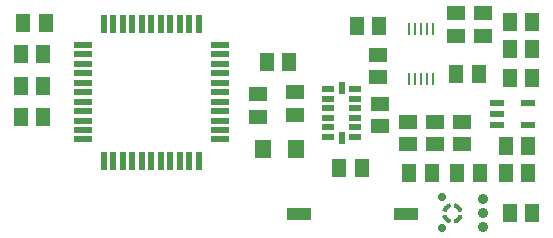
<source format=gtp>
G75*
%MOIN*%
%OFA0B0*%
%FSLAX25Y25*%
%IPPOS*%
%LPD*%
%AMOC8*
5,1,8,0,0,1.08239X$1,22.5*
%
%ADD10R,0.05118X0.05906*%
%ADD11R,0.05906X0.05118*%
%ADD12R,0.05512X0.06299*%
%ADD13R,0.01969X0.05906*%
%ADD14R,0.05906X0.01969*%
%ADD15R,0.04424X0.01969*%
%ADD16R,0.01969X0.04424*%
%ADD17R,0.07900X0.04300*%
%ADD18C,0.00118*%
%ADD19C,0.02756*%
%ADD20C,0.03543*%
%ADD21R,0.04724X0.02165*%
%ADD22R,0.00984X0.03937*%
D10*
X0039122Y0050968D03*
X0046602Y0050968D03*
X0046594Y0061187D03*
X0039114Y0061187D03*
X0039114Y0072111D03*
X0046594Y0072111D03*
X0047396Y0082430D03*
X0039915Y0082430D03*
X0121104Y0069306D03*
X0128585Y0069306D03*
X0151040Y0081322D03*
X0158520Y0081322D03*
X0184312Y0065350D03*
X0191792Y0065350D03*
X0202140Y0063822D03*
X0209620Y0063822D03*
X0209620Y0073622D03*
X0202140Y0073622D03*
X0202140Y0082722D03*
X0209620Y0082722D03*
X0208220Y0041422D03*
X0200740Y0041422D03*
X0200740Y0032322D03*
X0208220Y0032322D03*
X0192120Y0032322D03*
X0184640Y0032322D03*
X0176020Y0032322D03*
X0168540Y0032322D03*
X0152741Y0034040D03*
X0145261Y0034040D03*
X0202140Y0019022D03*
X0209620Y0019022D03*
D11*
X0186280Y0041882D03*
X0177180Y0041882D03*
X0168080Y0041882D03*
X0158971Y0047955D03*
X0168080Y0049362D03*
X0177180Y0049362D03*
X0186280Y0049362D03*
X0158971Y0055436D03*
X0158280Y0064282D03*
X0158280Y0071762D03*
X0184234Y0078046D03*
X0193256Y0078034D03*
X0193256Y0085515D03*
X0184234Y0085527D03*
X0130649Y0059196D03*
X0118039Y0058533D03*
X0130649Y0051715D03*
X0118039Y0051052D03*
D12*
X0119770Y0040399D03*
X0130793Y0040399D03*
D13*
X0066834Y0036393D03*
X0069984Y0036393D03*
X0073133Y0036393D03*
X0076283Y0036393D03*
X0079432Y0036393D03*
X0082582Y0036393D03*
X0085732Y0036393D03*
X0088881Y0036393D03*
X0092031Y0036393D03*
X0095180Y0036393D03*
X0098330Y0036393D03*
X0098330Y0082062D03*
X0095180Y0082062D03*
X0092031Y0082062D03*
X0088881Y0082062D03*
X0085732Y0082062D03*
X0082582Y0082062D03*
X0079432Y0082062D03*
X0076283Y0082062D03*
X0073133Y0082062D03*
X0069984Y0082062D03*
X0066834Y0082062D03*
D14*
X0059747Y0074976D03*
X0059747Y0071826D03*
X0059747Y0068677D03*
X0059747Y0065527D03*
X0059747Y0062377D03*
X0059747Y0059228D03*
X0059747Y0056078D03*
X0059747Y0052929D03*
X0059747Y0049779D03*
X0059747Y0046629D03*
X0059747Y0043480D03*
X0105417Y0043480D03*
X0105417Y0046629D03*
X0105417Y0049779D03*
X0105417Y0052929D03*
X0105417Y0056078D03*
X0105417Y0059228D03*
X0105417Y0062377D03*
X0105417Y0065527D03*
X0105417Y0068677D03*
X0105417Y0071826D03*
X0105417Y0074976D03*
D15*
X0141660Y0060195D03*
X0141660Y0057045D03*
X0141660Y0053895D03*
X0141660Y0050746D03*
X0141660Y0047596D03*
X0141660Y0044447D03*
X0150591Y0044447D03*
X0150621Y0047596D03*
X0150621Y0050746D03*
X0150621Y0053895D03*
X0150621Y0057045D03*
X0150621Y0060195D03*
D16*
X0146140Y0060588D03*
X0146140Y0044053D03*
D17*
X0131988Y0018551D03*
X0167388Y0018551D03*
D18*
X0183717Y0015853D02*
X0183410Y0016871D01*
X0183411Y0016871D02*
X0183501Y0016903D01*
X0183591Y0016938D01*
X0183679Y0016977D01*
X0183765Y0017020D01*
X0183849Y0017067D01*
X0183931Y0017116D01*
X0184011Y0017170D01*
X0184089Y0017226D01*
X0184165Y0017285D01*
X0184238Y0017348D01*
X0184308Y0017414D01*
X0184376Y0017482D01*
X0184441Y0017553D01*
X0184503Y0017627D01*
X0184561Y0017703D01*
X0184617Y0017781D01*
X0184669Y0017862D01*
X0184718Y0017945D01*
X0184764Y0018029D01*
X0184806Y0018116D01*
X0184844Y0018204D01*
X0184879Y0018294D01*
X0184910Y0018385D01*
X0185930Y0018089D01*
X0185931Y0018088D01*
X0185896Y0017981D01*
X0185857Y0017875D01*
X0185815Y0017770D01*
X0185769Y0017667D01*
X0185720Y0017566D01*
X0185668Y0017466D01*
X0185612Y0017368D01*
X0185554Y0017272D01*
X0185492Y0017177D01*
X0185427Y0017085D01*
X0185359Y0016995D01*
X0185288Y0016908D01*
X0185214Y0016823D01*
X0185137Y0016740D01*
X0185058Y0016660D01*
X0184976Y0016582D01*
X0184892Y0016508D01*
X0184805Y0016436D01*
X0184715Y0016367D01*
X0184624Y0016301D01*
X0184530Y0016238D01*
X0184435Y0016178D01*
X0184337Y0016122D01*
X0184238Y0016068D01*
X0184137Y0016018D01*
X0184034Y0015972D01*
X0183930Y0015929D01*
X0183825Y0015889D01*
X0183718Y0015853D01*
X0183686Y0015959D01*
X0183793Y0015995D01*
X0183898Y0016035D01*
X0184002Y0016079D01*
X0184105Y0016126D01*
X0184206Y0016177D01*
X0184305Y0016231D01*
X0184402Y0016288D01*
X0184497Y0016349D01*
X0184590Y0016413D01*
X0184681Y0016480D01*
X0184769Y0016550D01*
X0184855Y0016623D01*
X0184938Y0016699D01*
X0185019Y0016778D01*
X0185097Y0016859D01*
X0185172Y0016943D01*
X0185244Y0017030D01*
X0185314Y0017119D01*
X0185380Y0017211D01*
X0185443Y0017304D01*
X0185502Y0017400D01*
X0185559Y0017498D01*
X0185612Y0017597D01*
X0185661Y0017699D01*
X0185707Y0017802D01*
X0185750Y0017906D01*
X0185789Y0018012D01*
X0185824Y0018119D01*
X0185718Y0018150D01*
X0185683Y0018047D01*
X0185646Y0017945D01*
X0185605Y0017844D01*
X0185560Y0017744D01*
X0185512Y0017647D01*
X0185461Y0017550D01*
X0185407Y0017456D01*
X0185349Y0017364D01*
X0185288Y0017273D01*
X0185224Y0017185D01*
X0185158Y0017099D01*
X0185088Y0017016D01*
X0185015Y0016934D01*
X0184940Y0016856D01*
X0184862Y0016780D01*
X0184782Y0016706D01*
X0184699Y0016636D01*
X0184614Y0016568D01*
X0184526Y0016503D01*
X0184436Y0016442D01*
X0184344Y0016383D01*
X0184251Y0016328D01*
X0184155Y0016276D01*
X0184058Y0016227D01*
X0183959Y0016181D01*
X0183859Y0016139D01*
X0183757Y0016100D01*
X0183654Y0016065D01*
X0183622Y0016172D01*
X0183725Y0016207D01*
X0183826Y0016246D01*
X0183926Y0016288D01*
X0184025Y0016334D01*
X0184122Y0016384D01*
X0184217Y0016436D01*
X0184310Y0016493D01*
X0184401Y0016552D01*
X0184490Y0016615D01*
X0184577Y0016680D01*
X0184662Y0016749D01*
X0184743Y0016821D01*
X0184823Y0016895D01*
X0184899Y0016973D01*
X0184973Y0017053D01*
X0185044Y0017135D01*
X0185112Y0017220D01*
X0185177Y0017308D01*
X0185238Y0017397D01*
X0185297Y0017489D01*
X0185352Y0017583D01*
X0185404Y0017679D01*
X0185452Y0017776D01*
X0185497Y0017875D01*
X0185539Y0017976D01*
X0185577Y0018078D01*
X0185611Y0018181D01*
X0185504Y0018212D01*
X0185470Y0018109D01*
X0185432Y0018007D01*
X0185390Y0017907D01*
X0185345Y0017808D01*
X0185296Y0017711D01*
X0185243Y0017616D01*
X0185187Y0017522D01*
X0185127Y0017431D01*
X0185065Y0017342D01*
X0184999Y0017256D01*
X0184930Y0017172D01*
X0184857Y0017091D01*
X0184782Y0017012D01*
X0184704Y0016936D01*
X0184624Y0016863D01*
X0184540Y0016793D01*
X0184455Y0016726D01*
X0184367Y0016663D01*
X0184276Y0016602D01*
X0184183Y0016545D01*
X0184089Y0016492D01*
X0183992Y0016442D01*
X0183894Y0016395D01*
X0183794Y0016352D01*
X0183692Y0016313D01*
X0183590Y0016278D01*
X0183558Y0016384D01*
X0183656Y0016418D01*
X0183754Y0016456D01*
X0183850Y0016497D01*
X0183944Y0016542D01*
X0184037Y0016590D01*
X0184128Y0016641D01*
X0184217Y0016696D01*
X0184304Y0016754D01*
X0184389Y0016815D01*
X0184471Y0016880D01*
X0184551Y0016947D01*
X0184629Y0017017D01*
X0184703Y0017090D01*
X0184776Y0017166D01*
X0184845Y0017244D01*
X0184911Y0017325D01*
X0184975Y0017408D01*
X0185035Y0017493D01*
X0185092Y0017580D01*
X0185146Y0017670D01*
X0185197Y0017761D01*
X0185244Y0017855D01*
X0185288Y0017950D01*
X0185328Y0018046D01*
X0185365Y0018144D01*
X0185398Y0018243D01*
X0185291Y0018274D01*
X0185258Y0018175D01*
X0185221Y0018078D01*
X0185180Y0017982D01*
X0185136Y0017887D01*
X0185089Y0017794D01*
X0185037Y0017704D01*
X0184983Y0017615D01*
X0184925Y0017528D01*
X0184863Y0017444D01*
X0184799Y0017362D01*
X0184731Y0017282D01*
X0184661Y0017205D01*
X0184588Y0017131D01*
X0184511Y0017060D01*
X0184433Y0016992D01*
X0184351Y0016927D01*
X0184268Y0016864D01*
X0184181Y0016806D01*
X0184093Y0016750D01*
X0184003Y0016698D01*
X0183911Y0016649D01*
X0183817Y0016604D01*
X0183721Y0016562D01*
X0183624Y0016525D01*
X0183525Y0016490D01*
X0183493Y0016597D01*
X0183588Y0016629D01*
X0183681Y0016666D01*
X0183772Y0016706D01*
X0183862Y0016749D01*
X0183951Y0016796D01*
X0184037Y0016846D01*
X0184121Y0016899D01*
X0184204Y0016955D01*
X0184284Y0017015D01*
X0184362Y0017077D01*
X0184437Y0017143D01*
X0184510Y0017211D01*
X0184580Y0017282D01*
X0184648Y0017356D01*
X0184713Y0017432D01*
X0184774Y0017510D01*
X0184833Y0017591D01*
X0184889Y0017674D01*
X0184941Y0017759D01*
X0184990Y0017846D01*
X0185036Y0017935D01*
X0185078Y0018025D01*
X0185117Y0018117D01*
X0185153Y0018210D01*
X0185184Y0018305D01*
X0185078Y0018336D01*
X0185046Y0018242D01*
X0185010Y0018149D01*
X0184971Y0018058D01*
X0184929Y0017968D01*
X0184882Y0017880D01*
X0184833Y0017794D01*
X0184779Y0017710D01*
X0184723Y0017628D01*
X0184664Y0017548D01*
X0184601Y0017471D01*
X0184535Y0017396D01*
X0184467Y0017324D01*
X0184395Y0017255D01*
X0184321Y0017189D01*
X0184245Y0017125D01*
X0184166Y0017065D01*
X0184085Y0017008D01*
X0184001Y0016954D01*
X0183915Y0016903D01*
X0183828Y0016856D01*
X0183739Y0016812D01*
X0183648Y0016772D01*
X0183555Y0016736D01*
X0183461Y0016703D01*
X0183429Y0016809D01*
X0183519Y0016841D01*
X0183607Y0016876D01*
X0183694Y0016914D01*
X0183779Y0016956D01*
X0183862Y0017001D01*
X0183944Y0017049D01*
X0184023Y0017100D01*
X0184101Y0017155D01*
X0184176Y0017212D01*
X0184249Y0017273D01*
X0184320Y0017336D01*
X0184388Y0017402D01*
X0184453Y0017471D01*
X0184516Y0017542D01*
X0184576Y0017616D01*
X0184632Y0017692D01*
X0184686Y0017770D01*
X0184737Y0017850D01*
X0184784Y0017932D01*
X0184828Y0018016D01*
X0184869Y0018102D01*
X0184907Y0018189D01*
X0184941Y0018277D01*
X0184971Y0018367D01*
X0181843Y0022190D02*
X0182150Y0021172D01*
X0182149Y0021172D02*
X0182059Y0021140D01*
X0181969Y0021105D01*
X0181881Y0021066D01*
X0181795Y0021023D01*
X0181711Y0020976D01*
X0181629Y0020927D01*
X0181549Y0020873D01*
X0181471Y0020817D01*
X0181395Y0020758D01*
X0181322Y0020695D01*
X0181252Y0020629D01*
X0181184Y0020561D01*
X0181119Y0020490D01*
X0181057Y0020416D01*
X0180999Y0020340D01*
X0180943Y0020262D01*
X0180891Y0020181D01*
X0180842Y0020098D01*
X0180796Y0020014D01*
X0180754Y0019927D01*
X0180716Y0019839D01*
X0180681Y0019749D01*
X0180650Y0019658D01*
X0179630Y0019954D01*
X0179629Y0019955D01*
X0179664Y0020062D01*
X0179703Y0020168D01*
X0179745Y0020273D01*
X0179791Y0020376D01*
X0179840Y0020477D01*
X0179892Y0020577D01*
X0179948Y0020675D01*
X0180006Y0020771D01*
X0180068Y0020866D01*
X0180133Y0020958D01*
X0180201Y0021048D01*
X0180272Y0021135D01*
X0180346Y0021220D01*
X0180423Y0021303D01*
X0180502Y0021383D01*
X0180584Y0021461D01*
X0180668Y0021535D01*
X0180755Y0021607D01*
X0180845Y0021676D01*
X0180936Y0021742D01*
X0181030Y0021805D01*
X0181125Y0021865D01*
X0181223Y0021921D01*
X0181322Y0021975D01*
X0181423Y0022025D01*
X0181526Y0022071D01*
X0181630Y0022114D01*
X0181735Y0022154D01*
X0181842Y0022190D01*
X0181874Y0022084D01*
X0181767Y0022048D01*
X0181662Y0022008D01*
X0181558Y0021964D01*
X0181455Y0021917D01*
X0181354Y0021866D01*
X0181255Y0021812D01*
X0181158Y0021755D01*
X0181063Y0021694D01*
X0180970Y0021630D01*
X0180879Y0021563D01*
X0180791Y0021493D01*
X0180705Y0021420D01*
X0180622Y0021344D01*
X0180541Y0021265D01*
X0180463Y0021184D01*
X0180388Y0021100D01*
X0180316Y0021013D01*
X0180246Y0020924D01*
X0180180Y0020832D01*
X0180117Y0020739D01*
X0180058Y0020643D01*
X0180001Y0020545D01*
X0179948Y0020446D01*
X0179899Y0020344D01*
X0179853Y0020241D01*
X0179810Y0020137D01*
X0179771Y0020031D01*
X0179736Y0019924D01*
X0179842Y0019893D01*
X0179877Y0019996D01*
X0179914Y0020098D01*
X0179955Y0020199D01*
X0180000Y0020299D01*
X0180048Y0020396D01*
X0180099Y0020493D01*
X0180153Y0020587D01*
X0180211Y0020679D01*
X0180272Y0020770D01*
X0180336Y0020858D01*
X0180402Y0020944D01*
X0180472Y0021027D01*
X0180545Y0021109D01*
X0180620Y0021187D01*
X0180698Y0021263D01*
X0180778Y0021337D01*
X0180861Y0021407D01*
X0180946Y0021475D01*
X0181034Y0021540D01*
X0181124Y0021601D01*
X0181216Y0021660D01*
X0181309Y0021715D01*
X0181405Y0021767D01*
X0181502Y0021816D01*
X0181601Y0021862D01*
X0181701Y0021904D01*
X0181803Y0021943D01*
X0181906Y0021978D01*
X0181938Y0021871D01*
X0181835Y0021836D01*
X0181734Y0021797D01*
X0181634Y0021755D01*
X0181535Y0021709D01*
X0181438Y0021659D01*
X0181343Y0021607D01*
X0181250Y0021550D01*
X0181159Y0021491D01*
X0181070Y0021428D01*
X0180983Y0021363D01*
X0180898Y0021294D01*
X0180817Y0021222D01*
X0180737Y0021148D01*
X0180661Y0021070D01*
X0180587Y0020990D01*
X0180516Y0020908D01*
X0180448Y0020823D01*
X0180383Y0020735D01*
X0180322Y0020646D01*
X0180263Y0020554D01*
X0180208Y0020460D01*
X0180156Y0020364D01*
X0180108Y0020267D01*
X0180063Y0020168D01*
X0180021Y0020067D01*
X0179983Y0019965D01*
X0179949Y0019862D01*
X0180056Y0019831D01*
X0180090Y0019934D01*
X0180128Y0020036D01*
X0180170Y0020136D01*
X0180215Y0020235D01*
X0180264Y0020332D01*
X0180317Y0020427D01*
X0180373Y0020521D01*
X0180433Y0020612D01*
X0180495Y0020701D01*
X0180561Y0020787D01*
X0180630Y0020871D01*
X0180703Y0020952D01*
X0180778Y0021031D01*
X0180856Y0021107D01*
X0180936Y0021180D01*
X0181020Y0021250D01*
X0181105Y0021317D01*
X0181193Y0021380D01*
X0181284Y0021441D01*
X0181377Y0021498D01*
X0181471Y0021551D01*
X0181568Y0021601D01*
X0181666Y0021648D01*
X0181766Y0021691D01*
X0181868Y0021730D01*
X0181970Y0021765D01*
X0182002Y0021659D01*
X0181904Y0021625D01*
X0181806Y0021587D01*
X0181710Y0021546D01*
X0181616Y0021501D01*
X0181523Y0021453D01*
X0181432Y0021402D01*
X0181343Y0021347D01*
X0181256Y0021289D01*
X0181171Y0021228D01*
X0181089Y0021163D01*
X0181009Y0021096D01*
X0180931Y0021026D01*
X0180857Y0020953D01*
X0180784Y0020877D01*
X0180715Y0020799D01*
X0180649Y0020718D01*
X0180585Y0020635D01*
X0180525Y0020550D01*
X0180468Y0020463D01*
X0180414Y0020373D01*
X0180363Y0020282D01*
X0180316Y0020188D01*
X0180272Y0020093D01*
X0180232Y0019997D01*
X0180195Y0019899D01*
X0180162Y0019800D01*
X0180269Y0019769D01*
X0180302Y0019868D01*
X0180339Y0019965D01*
X0180380Y0020061D01*
X0180424Y0020156D01*
X0180471Y0020249D01*
X0180523Y0020339D01*
X0180577Y0020428D01*
X0180635Y0020515D01*
X0180697Y0020599D01*
X0180761Y0020681D01*
X0180829Y0020761D01*
X0180899Y0020838D01*
X0180972Y0020912D01*
X0181049Y0020983D01*
X0181127Y0021051D01*
X0181209Y0021116D01*
X0181292Y0021179D01*
X0181379Y0021237D01*
X0181467Y0021293D01*
X0181557Y0021345D01*
X0181649Y0021394D01*
X0181743Y0021439D01*
X0181839Y0021481D01*
X0181936Y0021518D01*
X0182035Y0021553D01*
X0182067Y0021446D01*
X0181972Y0021414D01*
X0181879Y0021377D01*
X0181788Y0021337D01*
X0181698Y0021294D01*
X0181609Y0021247D01*
X0181523Y0021197D01*
X0181439Y0021144D01*
X0181356Y0021088D01*
X0181276Y0021028D01*
X0181198Y0020966D01*
X0181123Y0020900D01*
X0181050Y0020832D01*
X0180980Y0020761D01*
X0180912Y0020687D01*
X0180847Y0020611D01*
X0180786Y0020533D01*
X0180727Y0020452D01*
X0180671Y0020369D01*
X0180619Y0020284D01*
X0180570Y0020197D01*
X0180524Y0020108D01*
X0180482Y0020018D01*
X0180443Y0019926D01*
X0180407Y0019833D01*
X0180376Y0019738D01*
X0180482Y0019707D01*
X0180514Y0019801D01*
X0180550Y0019894D01*
X0180589Y0019985D01*
X0180631Y0020075D01*
X0180678Y0020163D01*
X0180727Y0020249D01*
X0180781Y0020333D01*
X0180837Y0020415D01*
X0180896Y0020495D01*
X0180959Y0020572D01*
X0181025Y0020647D01*
X0181093Y0020719D01*
X0181165Y0020788D01*
X0181239Y0020854D01*
X0181315Y0020918D01*
X0181394Y0020978D01*
X0181475Y0021035D01*
X0181559Y0021089D01*
X0181645Y0021140D01*
X0181732Y0021187D01*
X0181821Y0021231D01*
X0181912Y0021271D01*
X0182005Y0021307D01*
X0182099Y0021340D01*
X0182131Y0021234D01*
X0182041Y0021202D01*
X0181953Y0021167D01*
X0181866Y0021129D01*
X0181781Y0021087D01*
X0181698Y0021042D01*
X0181616Y0020994D01*
X0181537Y0020943D01*
X0181459Y0020888D01*
X0181384Y0020831D01*
X0181311Y0020770D01*
X0181240Y0020707D01*
X0181172Y0020641D01*
X0181107Y0020572D01*
X0181044Y0020501D01*
X0180984Y0020427D01*
X0180928Y0020351D01*
X0180874Y0020273D01*
X0180823Y0020193D01*
X0180776Y0020111D01*
X0180732Y0020027D01*
X0180691Y0019941D01*
X0180653Y0019854D01*
X0180619Y0019766D01*
X0180589Y0019676D01*
X0185948Y0019959D02*
X0184930Y0019652D01*
X0184930Y0019653D02*
X0184898Y0019743D01*
X0184863Y0019833D01*
X0184824Y0019921D01*
X0184781Y0020007D01*
X0184734Y0020091D01*
X0184685Y0020173D01*
X0184631Y0020253D01*
X0184575Y0020331D01*
X0184516Y0020407D01*
X0184453Y0020480D01*
X0184387Y0020550D01*
X0184319Y0020618D01*
X0184248Y0020683D01*
X0184174Y0020745D01*
X0184098Y0020803D01*
X0184020Y0020859D01*
X0183939Y0020911D01*
X0183856Y0020960D01*
X0183772Y0021006D01*
X0183685Y0021048D01*
X0183597Y0021086D01*
X0183507Y0021121D01*
X0183416Y0021152D01*
X0183712Y0022172D01*
X0183713Y0022173D01*
X0183820Y0022138D01*
X0183926Y0022099D01*
X0184031Y0022057D01*
X0184134Y0022011D01*
X0184235Y0021962D01*
X0184335Y0021910D01*
X0184433Y0021854D01*
X0184529Y0021796D01*
X0184624Y0021734D01*
X0184716Y0021669D01*
X0184806Y0021601D01*
X0184893Y0021530D01*
X0184978Y0021456D01*
X0185061Y0021379D01*
X0185141Y0021300D01*
X0185219Y0021218D01*
X0185293Y0021134D01*
X0185365Y0021047D01*
X0185434Y0020957D01*
X0185500Y0020866D01*
X0185563Y0020772D01*
X0185623Y0020677D01*
X0185679Y0020579D01*
X0185733Y0020480D01*
X0185783Y0020379D01*
X0185829Y0020276D01*
X0185872Y0020172D01*
X0185912Y0020067D01*
X0185948Y0019960D01*
X0185842Y0019928D01*
X0185806Y0020035D01*
X0185766Y0020140D01*
X0185722Y0020244D01*
X0185675Y0020347D01*
X0185624Y0020448D01*
X0185570Y0020547D01*
X0185513Y0020644D01*
X0185452Y0020739D01*
X0185388Y0020832D01*
X0185321Y0020923D01*
X0185251Y0021011D01*
X0185178Y0021097D01*
X0185102Y0021180D01*
X0185023Y0021261D01*
X0184942Y0021339D01*
X0184858Y0021414D01*
X0184771Y0021486D01*
X0184682Y0021556D01*
X0184590Y0021622D01*
X0184497Y0021685D01*
X0184401Y0021744D01*
X0184303Y0021801D01*
X0184204Y0021854D01*
X0184102Y0021903D01*
X0183999Y0021949D01*
X0183895Y0021992D01*
X0183789Y0022031D01*
X0183682Y0022066D01*
X0183651Y0021960D01*
X0183754Y0021925D01*
X0183856Y0021888D01*
X0183957Y0021847D01*
X0184057Y0021802D01*
X0184154Y0021754D01*
X0184251Y0021703D01*
X0184345Y0021649D01*
X0184437Y0021591D01*
X0184528Y0021530D01*
X0184616Y0021466D01*
X0184702Y0021400D01*
X0184785Y0021330D01*
X0184867Y0021257D01*
X0184945Y0021182D01*
X0185021Y0021104D01*
X0185095Y0021024D01*
X0185165Y0020941D01*
X0185233Y0020856D01*
X0185298Y0020768D01*
X0185359Y0020678D01*
X0185418Y0020586D01*
X0185473Y0020493D01*
X0185525Y0020397D01*
X0185574Y0020300D01*
X0185620Y0020201D01*
X0185662Y0020101D01*
X0185701Y0019999D01*
X0185736Y0019896D01*
X0185629Y0019864D01*
X0185594Y0019967D01*
X0185555Y0020068D01*
X0185513Y0020168D01*
X0185467Y0020267D01*
X0185417Y0020364D01*
X0185365Y0020459D01*
X0185308Y0020552D01*
X0185249Y0020643D01*
X0185186Y0020732D01*
X0185121Y0020819D01*
X0185052Y0020904D01*
X0184980Y0020985D01*
X0184906Y0021065D01*
X0184828Y0021141D01*
X0184748Y0021215D01*
X0184666Y0021286D01*
X0184581Y0021354D01*
X0184493Y0021419D01*
X0184404Y0021480D01*
X0184312Y0021539D01*
X0184218Y0021594D01*
X0184122Y0021646D01*
X0184025Y0021694D01*
X0183926Y0021739D01*
X0183825Y0021781D01*
X0183723Y0021819D01*
X0183620Y0021853D01*
X0183589Y0021746D01*
X0183692Y0021712D01*
X0183794Y0021674D01*
X0183894Y0021632D01*
X0183993Y0021587D01*
X0184090Y0021538D01*
X0184185Y0021485D01*
X0184279Y0021429D01*
X0184370Y0021369D01*
X0184459Y0021307D01*
X0184545Y0021241D01*
X0184629Y0021172D01*
X0184710Y0021099D01*
X0184789Y0021024D01*
X0184865Y0020946D01*
X0184938Y0020866D01*
X0185008Y0020782D01*
X0185075Y0020697D01*
X0185138Y0020609D01*
X0185199Y0020518D01*
X0185256Y0020425D01*
X0185309Y0020331D01*
X0185359Y0020234D01*
X0185406Y0020136D01*
X0185449Y0020036D01*
X0185488Y0019934D01*
X0185523Y0019832D01*
X0185417Y0019800D01*
X0185383Y0019898D01*
X0185345Y0019996D01*
X0185304Y0020092D01*
X0185259Y0020186D01*
X0185211Y0020279D01*
X0185160Y0020370D01*
X0185105Y0020459D01*
X0185047Y0020546D01*
X0184986Y0020631D01*
X0184921Y0020713D01*
X0184854Y0020793D01*
X0184784Y0020871D01*
X0184711Y0020945D01*
X0184635Y0021018D01*
X0184557Y0021087D01*
X0184476Y0021153D01*
X0184393Y0021217D01*
X0184308Y0021277D01*
X0184221Y0021334D01*
X0184131Y0021388D01*
X0184040Y0021439D01*
X0183946Y0021486D01*
X0183851Y0021530D01*
X0183755Y0021570D01*
X0183657Y0021607D01*
X0183558Y0021640D01*
X0183527Y0021533D01*
X0183626Y0021500D01*
X0183723Y0021463D01*
X0183819Y0021422D01*
X0183914Y0021378D01*
X0184007Y0021331D01*
X0184097Y0021279D01*
X0184186Y0021225D01*
X0184273Y0021167D01*
X0184357Y0021105D01*
X0184439Y0021041D01*
X0184519Y0020973D01*
X0184596Y0020903D01*
X0184670Y0020830D01*
X0184741Y0020753D01*
X0184809Y0020675D01*
X0184874Y0020593D01*
X0184937Y0020510D01*
X0184995Y0020423D01*
X0185051Y0020335D01*
X0185103Y0020245D01*
X0185152Y0020153D01*
X0185197Y0020059D01*
X0185239Y0019963D01*
X0185276Y0019866D01*
X0185311Y0019767D01*
X0185204Y0019735D01*
X0185172Y0019830D01*
X0185135Y0019923D01*
X0185095Y0020014D01*
X0185052Y0020104D01*
X0185005Y0020193D01*
X0184955Y0020279D01*
X0184902Y0020363D01*
X0184846Y0020446D01*
X0184786Y0020526D01*
X0184724Y0020604D01*
X0184658Y0020679D01*
X0184590Y0020752D01*
X0184519Y0020822D01*
X0184445Y0020890D01*
X0184369Y0020955D01*
X0184291Y0021016D01*
X0184210Y0021075D01*
X0184127Y0021131D01*
X0184042Y0021183D01*
X0183955Y0021232D01*
X0183866Y0021278D01*
X0183776Y0021320D01*
X0183684Y0021359D01*
X0183591Y0021395D01*
X0183496Y0021426D01*
X0183465Y0021320D01*
X0183559Y0021288D01*
X0183652Y0021252D01*
X0183743Y0021213D01*
X0183833Y0021171D01*
X0183921Y0021124D01*
X0184007Y0021075D01*
X0184091Y0021021D01*
X0184173Y0020965D01*
X0184253Y0020906D01*
X0184330Y0020843D01*
X0184405Y0020777D01*
X0184477Y0020709D01*
X0184546Y0020637D01*
X0184612Y0020563D01*
X0184676Y0020487D01*
X0184736Y0020408D01*
X0184793Y0020327D01*
X0184847Y0020243D01*
X0184898Y0020157D01*
X0184945Y0020070D01*
X0184989Y0019981D01*
X0185029Y0019890D01*
X0185065Y0019797D01*
X0185098Y0019703D01*
X0184992Y0019671D01*
X0184960Y0019761D01*
X0184925Y0019849D01*
X0184887Y0019936D01*
X0184845Y0020021D01*
X0184800Y0020104D01*
X0184752Y0020186D01*
X0184701Y0020265D01*
X0184646Y0020343D01*
X0184589Y0020418D01*
X0184528Y0020491D01*
X0184465Y0020562D01*
X0184399Y0020630D01*
X0184330Y0020695D01*
X0184259Y0020758D01*
X0184185Y0020818D01*
X0184109Y0020874D01*
X0184031Y0020928D01*
X0183951Y0020979D01*
X0183869Y0021026D01*
X0183785Y0021070D01*
X0183699Y0021111D01*
X0183612Y0021149D01*
X0183524Y0021183D01*
X0183434Y0021213D01*
X0179612Y0018084D02*
X0180630Y0018391D01*
X0180630Y0018390D02*
X0180662Y0018300D01*
X0180697Y0018210D01*
X0180736Y0018122D01*
X0180779Y0018036D01*
X0180826Y0017952D01*
X0180875Y0017870D01*
X0180929Y0017790D01*
X0180985Y0017712D01*
X0181044Y0017636D01*
X0181107Y0017563D01*
X0181173Y0017493D01*
X0181241Y0017425D01*
X0181312Y0017360D01*
X0181386Y0017298D01*
X0181462Y0017240D01*
X0181540Y0017184D01*
X0181621Y0017132D01*
X0181704Y0017083D01*
X0181788Y0017037D01*
X0181875Y0016995D01*
X0181963Y0016957D01*
X0182053Y0016922D01*
X0182144Y0016891D01*
X0181848Y0015871D01*
X0181847Y0015870D01*
X0181740Y0015905D01*
X0181634Y0015944D01*
X0181529Y0015986D01*
X0181426Y0016032D01*
X0181325Y0016081D01*
X0181225Y0016133D01*
X0181127Y0016189D01*
X0181031Y0016247D01*
X0180936Y0016309D01*
X0180844Y0016374D01*
X0180754Y0016442D01*
X0180667Y0016513D01*
X0180582Y0016587D01*
X0180499Y0016664D01*
X0180419Y0016743D01*
X0180341Y0016825D01*
X0180267Y0016909D01*
X0180195Y0016996D01*
X0180126Y0017086D01*
X0180060Y0017177D01*
X0179997Y0017271D01*
X0179937Y0017366D01*
X0179881Y0017464D01*
X0179827Y0017563D01*
X0179777Y0017664D01*
X0179731Y0017767D01*
X0179688Y0017871D01*
X0179648Y0017976D01*
X0179612Y0018083D01*
X0179718Y0018115D01*
X0179754Y0018008D01*
X0179794Y0017903D01*
X0179838Y0017799D01*
X0179885Y0017696D01*
X0179936Y0017595D01*
X0179990Y0017496D01*
X0180047Y0017399D01*
X0180108Y0017304D01*
X0180172Y0017211D01*
X0180239Y0017120D01*
X0180309Y0017032D01*
X0180382Y0016946D01*
X0180458Y0016863D01*
X0180537Y0016782D01*
X0180618Y0016704D01*
X0180702Y0016629D01*
X0180789Y0016557D01*
X0180878Y0016487D01*
X0180970Y0016421D01*
X0181063Y0016358D01*
X0181159Y0016299D01*
X0181257Y0016242D01*
X0181356Y0016189D01*
X0181458Y0016140D01*
X0181561Y0016094D01*
X0181665Y0016051D01*
X0181771Y0016012D01*
X0181878Y0015977D01*
X0181909Y0016083D01*
X0181806Y0016118D01*
X0181704Y0016155D01*
X0181603Y0016196D01*
X0181503Y0016241D01*
X0181406Y0016289D01*
X0181309Y0016340D01*
X0181215Y0016394D01*
X0181123Y0016452D01*
X0181032Y0016513D01*
X0180944Y0016577D01*
X0180858Y0016643D01*
X0180775Y0016713D01*
X0180693Y0016786D01*
X0180615Y0016861D01*
X0180539Y0016939D01*
X0180465Y0017019D01*
X0180395Y0017102D01*
X0180327Y0017187D01*
X0180262Y0017275D01*
X0180201Y0017365D01*
X0180142Y0017457D01*
X0180087Y0017550D01*
X0180035Y0017646D01*
X0179986Y0017743D01*
X0179940Y0017842D01*
X0179898Y0017942D01*
X0179859Y0018044D01*
X0179824Y0018147D01*
X0179931Y0018179D01*
X0179966Y0018076D01*
X0180005Y0017975D01*
X0180047Y0017875D01*
X0180093Y0017776D01*
X0180143Y0017679D01*
X0180195Y0017584D01*
X0180252Y0017491D01*
X0180311Y0017400D01*
X0180374Y0017311D01*
X0180439Y0017224D01*
X0180508Y0017139D01*
X0180580Y0017058D01*
X0180654Y0016978D01*
X0180732Y0016902D01*
X0180812Y0016828D01*
X0180894Y0016757D01*
X0180979Y0016689D01*
X0181067Y0016624D01*
X0181156Y0016563D01*
X0181248Y0016504D01*
X0181342Y0016449D01*
X0181438Y0016397D01*
X0181535Y0016349D01*
X0181634Y0016304D01*
X0181735Y0016262D01*
X0181837Y0016224D01*
X0181940Y0016190D01*
X0181971Y0016297D01*
X0181868Y0016331D01*
X0181766Y0016369D01*
X0181666Y0016411D01*
X0181567Y0016456D01*
X0181470Y0016505D01*
X0181375Y0016558D01*
X0181281Y0016614D01*
X0181190Y0016674D01*
X0181101Y0016736D01*
X0181015Y0016802D01*
X0180931Y0016871D01*
X0180850Y0016944D01*
X0180771Y0017019D01*
X0180695Y0017097D01*
X0180622Y0017177D01*
X0180552Y0017261D01*
X0180485Y0017346D01*
X0180422Y0017434D01*
X0180361Y0017525D01*
X0180304Y0017618D01*
X0180251Y0017712D01*
X0180201Y0017809D01*
X0180154Y0017907D01*
X0180111Y0018007D01*
X0180072Y0018109D01*
X0180037Y0018211D01*
X0180143Y0018243D01*
X0180177Y0018145D01*
X0180215Y0018047D01*
X0180256Y0017951D01*
X0180301Y0017857D01*
X0180349Y0017764D01*
X0180400Y0017673D01*
X0180455Y0017584D01*
X0180513Y0017497D01*
X0180574Y0017412D01*
X0180639Y0017330D01*
X0180706Y0017250D01*
X0180776Y0017172D01*
X0180849Y0017098D01*
X0180925Y0017025D01*
X0181003Y0016956D01*
X0181084Y0016890D01*
X0181167Y0016826D01*
X0181252Y0016766D01*
X0181339Y0016709D01*
X0181429Y0016655D01*
X0181520Y0016604D01*
X0181614Y0016557D01*
X0181709Y0016513D01*
X0181805Y0016473D01*
X0181903Y0016436D01*
X0182002Y0016403D01*
X0182033Y0016510D01*
X0181934Y0016543D01*
X0181837Y0016580D01*
X0181741Y0016621D01*
X0181646Y0016665D01*
X0181553Y0016712D01*
X0181463Y0016764D01*
X0181374Y0016818D01*
X0181287Y0016876D01*
X0181203Y0016938D01*
X0181121Y0017002D01*
X0181041Y0017070D01*
X0180964Y0017140D01*
X0180890Y0017213D01*
X0180819Y0017290D01*
X0180751Y0017368D01*
X0180686Y0017450D01*
X0180623Y0017533D01*
X0180565Y0017620D01*
X0180509Y0017708D01*
X0180457Y0017798D01*
X0180408Y0017890D01*
X0180363Y0017984D01*
X0180321Y0018080D01*
X0180284Y0018177D01*
X0180249Y0018276D01*
X0180356Y0018308D01*
X0180388Y0018213D01*
X0180425Y0018120D01*
X0180465Y0018029D01*
X0180508Y0017939D01*
X0180555Y0017850D01*
X0180605Y0017764D01*
X0180658Y0017680D01*
X0180714Y0017597D01*
X0180774Y0017517D01*
X0180836Y0017439D01*
X0180902Y0017364D01*
X0180970Y0017291D01*
X0181041Y0017221D01*
X0181115Y0017153D01*
X0181191Y0017088D01*
X0181269Y0017027D01*
X0181350Y0016968D01*
X0181433Y0016912D01*
X0181518Y0016860D01*
X0181605Y0016811D01*
X0181694Y0016765D01*
X0181784Y0016723D01*
X0181876Y0016684D01*
X0181969Y0016648D01*
X0182064Y0016617D01*
X0182095Y0016723D01*
X0182001Y0016755D01*
X0181908Y0016791D01*
X0181817Y0016830D01*
X0181727Y0016872D01*
X0181639Y0016919D01*
X0181553Y0016968D01*
X0181469Y0017022D01*
X0181387Y0017078D01*
X0181307Y0017137D01*
X0181230Y0017200D01*
X0181155Y0017266D01*
X0181083Y0017334D01*
X0181014Y0017406D01*
X0180948Y0017480D01*
X0180884Y0017556D01*
X0180824Y0017635D01*
X0180767Y0017716D01*
X0180713Y0017800D01*
X0180662Y0017886D01*
X0180615Y0017973D01*
X0180571Y0018062D01*
X0180531Y0018153D01*
X0180495Y0018246D01*
X0180462Y0018340D01*
X0180568Y0018372D01*
X0180600Y0018282D01*
X0180635Y0018194D01*
X0180673Y0018107D01*
X0180715Y0018022D01*
X0180760Y0017939D01*
X0180808Y0017857D01*
X0180859Y0017778D01*
X0180914Y0017700D01*
X0180971Y0017625D01*
X0181032Y0017552D01*
X0181095Y0017481D01*
X0181161Y0017413D01*
X0181230Y0017348D01*
X0181301Y0017285D01*
X0181375Y0017225D01*
X0181451Y0017169D01*
X0181529Y0017115D01*
X0181609Y0017064D01*
X0181691Y0017017D01*
X0181775Y0016973D01*
X0181861Y0016932D01*
X0181948Y0016894D01*
X0182036Y0016860D01*
X0182126Y0016830D01*
D19*
X0179630Y0013904D03*
X0179630Y0024140D03*
D20*
X0193095Y0023746D03*
X0193095Y0019022D03*
X0193095Y0014297D03*
D21*
X0197962Y0048182D03*
X0197962Y0051922D03*
X0197962Y0055662D03*
X0208199Y0055662D03*
X0208199Y0048182D03*
D22*
X0176383Y0063543D03*
X0174415Y0063543D03*
X0172446Y0063543D03*
X0170478Y0063543D03*
X0168509Y0063543D03*
X0168509Y0080181D03*
X0170478Y0080181D03*
X0172446Y0080181D03*
X0174415Y0080181D03*
X0176383Y0080181D03*
M02*

</source>
